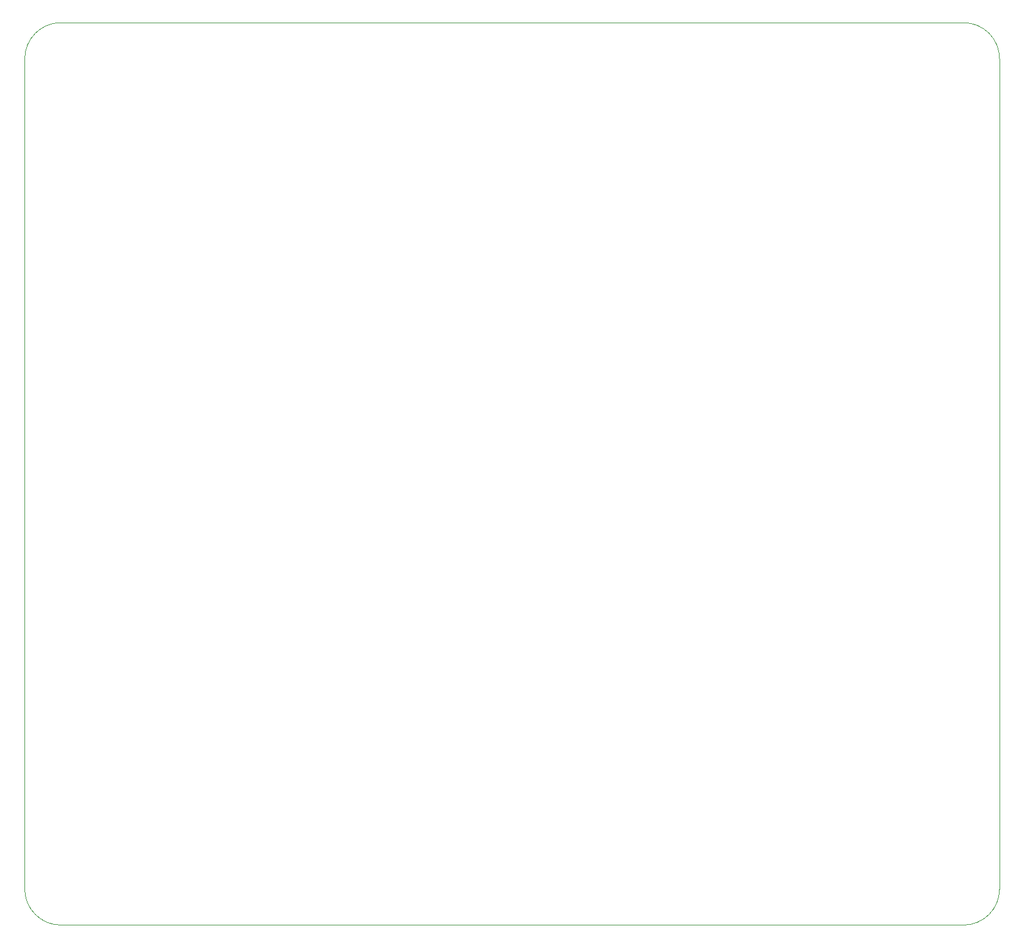
<source format=gm1>
G04 #@! TF.GenerationSoftware,KiCad,Pcbnew,8.0.2-8.0.2-0~ubuntu22.04.1*
G04 #@! TF.CreationDate,2024-05-16T20:52:05+00:00*
G04 #@! TF.ProjectId,uaefi,75616566-692e-46b6-9963-61645f706362,C*
G04 #@! TF.SameCoordinates,Original*
G04 #@! TF.FileFunction,Profile,NP*
%FSLAX46Y46*%
G04 Gerber Fmt 4.6, Leading zero omitted, Abs format (unit mm)*
G04 Created by KiCad (PCBNEW 8.0.2-8.0.2-0~ubuntu22.04.1) date 2024-05-16 20:52:05*
%MOMM*%
%LPD*%
G01*
G04 APERTURE LIST*
G04 #@! TA.AperFunction,Profile*
%ADD10C,0.100000*%
G04 #@! TD*
G04 APERTURE END LIST*
D10*
X4998400Y125000000D02*
X130016800Y125000000D01*
X0Y120001600D02*
G75*
G02*
X4998400Y125000000I4998400J0D01*
G01*
X130016800Y125000000D02*
G75*
G02*
X135000000Y120016800I0J-4983200D01*
G01*
X135000000Y4982800D02*
G75*
G02*
X130017200Y0I-4982800J0D01*
G01*
X135000000Y4982800D02*
X135000000Y120016800D01*
X4998400Y0D02*
G75*
G02*
X0Y4998400I0J4998400D01*
G01*
X4998400Y0D02*
X130017200Y0D01*
X0Y4998400D02*
X0Y120001600D01*
M02*

</source>
